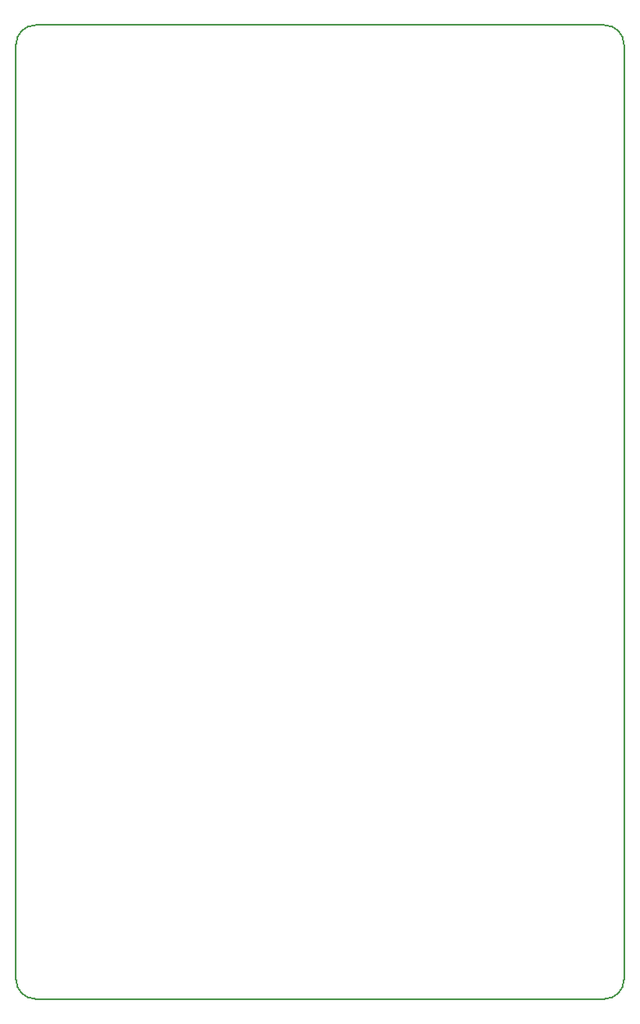
<source format=gbr>
G04 #@! TF.FileFunction,Profile,NP*
%FSLAX46Y46*%
G04 Gerber Fmt 4.6, Leading zero omitted, Abs format (unit mm)*
G04 Created by KiCad (PCBNEW 4.0.4+e1-6308~48~ubuntu16.04.1-stable) date Sun Jan 28 16:13:34 2018*
%MOMM*%
%LPD*%
G01*
G04 APERTURE LIST*
%ADD10C,0.100000*%
%ADD11C,0.150000*%
G04 APERTURE END LIST*
D10*
D11*
X162500000Y-57000000D02*
G75*
G03X160500000Y-55000000I-2000000J0D01*
G01*
X160500000Y-155000000D02*
G75*
G03X162500000Y-153000000I0J2000000D01*
G01*
X100000000Y-153000000D02*
G75*
G03X102000000Y-155000000I2000000J0D01*
G01*
X102000000Y-55000000D02*
G75*
G03X100000000Y-57000000I0J-2000000D01*
G01*
X162500000Y-57000000D02*
X162500000Y-153000000D01*
X102000000Y-155000000D02*
X160500000Y-155000000D01*
X100000000Y-57000000D02*
X100000000Y-153000000D01*
X102000000Y-55000000D02*
X160500000Y-55000000D01*
M02*

</source>
